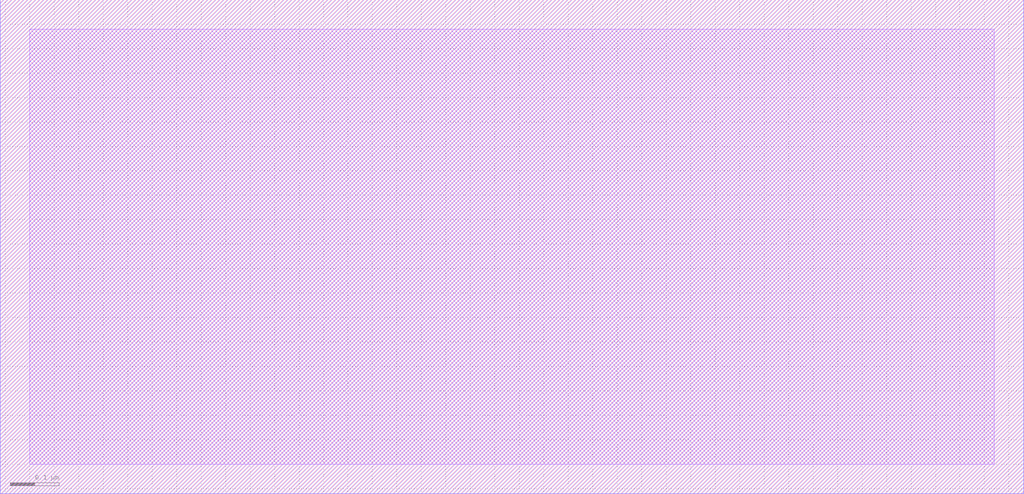
<source format=lef>
# Copyright 2020 The SkyWater PDK Authors
#
# Licensed under the Apache License, Version 2.0 (the "License");
# you may not use this file except in compliance with the License.
# You may obtain a copy of the License at
#
#     https://www.apache.org/licenses/LICENSE-2.0
#
# Unless required by applicable law or agreed to in writing, software
# distributed under the License is distributed on an "AS IS" BASIS,
# WITHOUT WARRANTIES OR CONDITIONS OF ANY KIND, either express or implied.
# See the License for the specific language governing permissions and
# limitations under the License.
#
# SPDX-License-Identifier: Apache-2.0

VERSION 5.7 ;
  NOWIREEXTENSIONATPIN ON ;
  DIVIDERCHAR "/" ;
  BUSBITCHARS "[]" ;
MACRO sky130_fd_pr__res_high_pol1m1_1p41__example1
  CLASS BLOCK ;
  FOREIGN sky130_fd_pr__res_high_pol1m1_1p41__example1 ;
  ORIGIN  0.060000  0.060000 ;
  SIZE  2.090000 BY  1.010000 ;
  OBS
    LAYER li1 ;
      RECT 0.000000 0.000000 1.970000 0.890000 ;
    LAYER met1 ;
      RECT -0.060000 -0.060000 2.030000 0.950000 ;
  END
END sky130_fd_pr__res_high_pol1m1_1p41__example1
END LIBRARY

</source>
